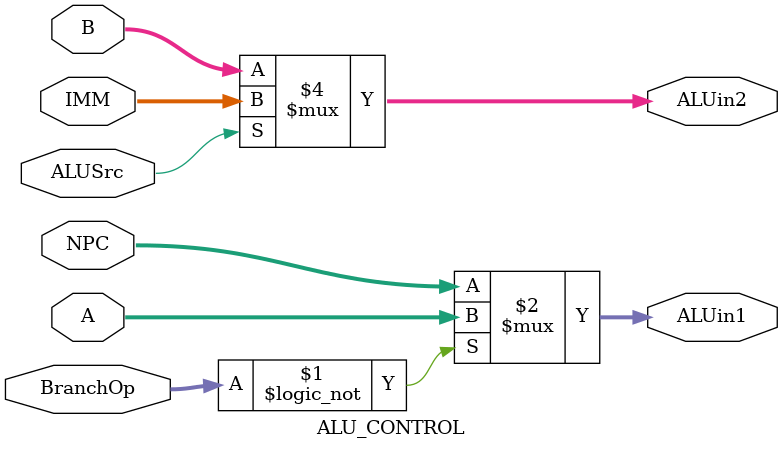
<source format=v>
`timescale 1ns / 1ps


module ALU_CONTROL(
        input [31:0] A,
        input [31:0] NPC,
        input [31:0] B,
        input [31:0] IMM,
        input [2:0] BranchOp,
        input ALUSrc,
        output [31:0] ALUin1,
        output [31:0] ALUin2
    );
    
    assign ALUin1 = (BranchOp == 0) ? A : NPC;
    assign ALUin2 = (ALUSrc == 0) ? B : IMM;
endmodule

</source>
